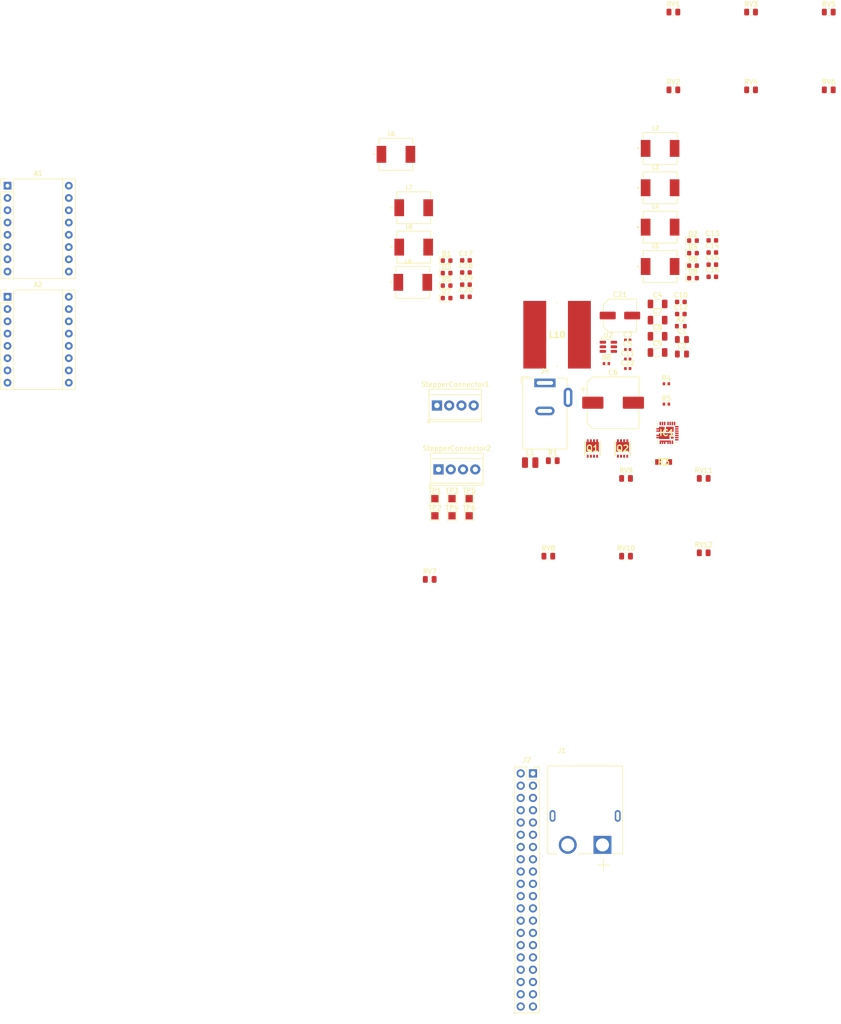
<source format=kicad_pcb>
(kicad_pcb (version 20240108) (generator "pcbnew") (generator_version "8.0")
  (layers (0 "F.Cu" signal) (1 "In1.Cu" signal) (2 "In2.Cu" signal) (31 "B.Cu" signal) (34 "B.Paste" user) (35 "F.Paste" user) (36 "B.SilkS" user "B.Silkscreen") (37 "F.SilkS" user "F.Silkscreen") (38 "B.Mask" user) (39 "F.Mask" user) (44 "Edge.Cuts" user))
  (net 0 "")
  (net 1 "GND")
  (net 2 "+3V3")
  (net 3 "Net-(A1-1A)")
  (net 4 "/+BATTV")
  (net 5 "Net-(A1-2A)")
  (net 6 "Net-(A1-1B)")
  (net 7 "/Step1")
  (net 8 "Net-(A1-2B)")
  (net 9 "/Dir1")
  (net 10 "/Step2")
  (net 11 "Net-(A2-1B)")
  (net 12 "/Dir2")
  (net 13 "Net-(A2-2A)")
  (net 14 "Net-(A2-1A)")
  (net 15 "Net-(A2-2B)")
  (net 16 "VCC")
  (net 17 "A_GND")
  (net 18 "/power/V_OUT")
  (net 19 "Net-(Q2-S_1)")
  (net 20 "/power/VDD")
  (net 21 "Net-(C11-Pad2)")
  (net 22 "/power/PHASE")
  (net 23 "/power/V_DRV")
  (net 24 "/StepperB/MB1")
  (net 25 "/StepperB/MA1")
  (net 26 "/StepperB/MA2")
  (net 27 "/StepperB/MB2")
  (net 28 "/StepperA/MB1")
  (net 29 "/StepperA/MA1")
  (net 30 "/StepperA/MA2")
  (net 31 "/StepperA/MB2")
  (net 32 "/power/+V_BUCK")
  (net 34 "/power/SW_6")
  (net 36 "/power/BOOT")
  (net 37 "Net-(IC1-FB)")
  (net 38 "Net-(IC1-_MODE_1)")
  (net 40 "Net-(IC1-MODE_2)")
  (net 59 "Net-(J2-ID_SC{slash}GPIO1)")
  (net 69 "Net-(Q1-G)")
  (net 80 "Net-(Q2-G)")
  (footprint "TestPoint:TestPoint_Pad_1.5x1.5mm" (layer "F.Cu") (at 187.575 99.335)
    (property "Reference" "TP2" (at 0 -1.648 0) (layer "F.SilkS"))
    (property "Value" "Step2")
    (pad "1" smd rect (at 0 0) (size 1.5 1.5) (layers "F.Cu" "F.Mask") (net 10 "/Step2"))
  )
  (footprint "Module:Pololu_Breakout-16_15.2x20.3mm" (layer "F.Cu") (at 99 54)
    (property "Reference" "A2" (at 6.35 -2.54 0) (layer "F.SilkS"))
    (property "Value" "TMC2209BOB")
    (pad "1" thru_hole rect (at 0 0) (size 1.6 1.6) (drill 0.8) (layers "*.Cu" "*.Mask") (net 1 "GND"))
    (pad "2" thru_hole oval (at 0 2.54) (size 1.6 1.6) (drill 0.8) (layers "*.Cu" "*.Mask") (net 2 "+3V3"))
    (pad "3" thru_hole oval (at 0 5.08) (size 1.6 1.6) (drill 0.8) (layers "*.Cu" "*.Mask") (net 15 "Net-(A2-2B)"))
    (pad "4" thru_hole oval (at 0 7.62) (size 1.6 1.6) (drill 0.8) (layers "*.Cu" "*.Mask") (net 11 "Net-(A2-1B)"))
    (pad "5" thru_hole oval (at 0 10.16) (size 1.6 1.6) (drill 0.8) (layers "*.Cu" "*.Mask") (net 14 "Net-(A2-1A)"))
    (pad "6" thru_hole oval (at 0 12.7) (size 1.6 1.6) (drill 0.8) (layers "*.Cu" "*.Mask") (net 13 "Net-(A2-2A)"))
    (pad "7" thru_hole oval (at 0 15.24) (size 1.6 1.6) (drill 0.8) (layers "*.Cu" "*.Mask") (net 1 "GND"))
    (pad "8" thru_hole oval (at 0 17.78) (size 1.6 1.6) (drill 0.8) (layers "*.Cu" "*.Mask") (net 4 "/+BATTV"))
    (pad "9" thru_hole oval (at 12.7 17.78) (size 1.6 1.6) (drill 0.8) (layers "*.Cu" "*.Mask") (net 1 "GND"))
    (pad "10" thru_hole oval (at 12.7 15.24) (size 1.6 1.6) (drill 0.8) (layers "*.Cu" "*.Mask") (net 1 "GND"))
    (pad "11" thru_hole oval (at 12.7 12.7) (size 1.6 1.6) (drill 0.8) (layers "*.Cu" "*.Mask") (net 1 "GND"))
    (pad "12" thru_hole oval (at 12.7 10.16) (size 1.6 1.6) (drill 0.8) (layers "*.Cu" "*.Mask") (net 1 "GND"))
    (pad "13" thru_hole oval (at 12.7 7.62) (size 1.6 1.6) (drill 0.8) (layers "*.Cu" "*.Mask") (net 1 "GND"))
    (pad "14" thru_hole oval (at 12.7 5.08) (size 1.6 1.6) (drill 0.8) (layers "*.Cu" "*.Mask") (net 1 "GND"))
    (pad "15" thru_hole oval (at 12.7 2.54) (size 1.6 1.6) (drill 0.8) (layers "*.Cu" "*.Mask") (net 10 "/Step2"))
    (pad "16" thru_hole oval (at 12.7 0) (size 1.6 1.6) (drill 0.8) (layers "*.Cu" "*.Mask") (net 12 "/Dir2"))
  )
  (footprint "iclr:IND_FDSD0630-H-1R0M=P3" (layer "F.Cu") (at 183 51)
    (property "Reference" "L9" (at -0.96 -4.208 0) (layer "F.SilkS") (effects (font (size 0.8 0.8))))
    (property "Value" "80nH")
    (pad "1" smd rect (at -3 0) (size 2 3.5) (layers "F.Cu" "F.Paste" "F.Mask") (net 8 "Net-(A1-2B)"))
    (pad "2" smd rect (at 3 0) (size 2 3.5) (layers "F.Cu" "F.Paste" "F.Mask") (net 31 "/StepperA/MB2"))
  )
  (footprint "Resistor_SMD:R_0805_2012Metric" (layer "F.Cu") (at 237 -4.95)
    (property "Reference" "RV1" (at 0 -1.65 0) (layer "F.SilkS"))
    (property "Value" "27V-c")
    (pad "1" smd roundrect (at -0.9125 0) (size 1.025 1.4) (layers "F.Cu" "F.Paste" "F.Mask") (roundrect_rratio 0.243902) (net 24 "/StepperB/MB1"))
    (pad "2" smd roundrect (at 0.9125 0) (size 1.025 1.4) (layers "F.Cu" "F.Paste" "F.Mask") (roundrect_rratio 0.243902) (net 25 "/StepperB/MA1"))
  )
  (footprint "Capacitor_SMD:C_0603_1608Metric" (layer "F.Cu") (at 194.01 53.99)
    (property "Reference" "C20" (at 0 -1.43 0) (layer "F.SilkS"))
    (property "Value" "470pF")
    (pad "1" smd roundrect (at -0.775 0) (size 0.9 0.95) (layers "F.Cu" "F.Paste" "F.Mask") (net 31 "/StepperA/MB2"))
    (pad "2" smd roundrect (at 0.775 0) (size 0.9 0.95) (layers "F.Cu" "F.Paste" "F.Mask") (net 1 "GND"))
  )
  (footprint "Capacitor_SMD:C_0402_1005Metric" (layer "F.Cu") (at 227.535 62.935)
    (property "Reference" "C3" (at 0 -1.16 0) (layer "F.SilkS"))
    (property "Value" "100nF")
    (pad "1" smd roundrect (at -0.48 0) (size 0.56 0.62) (layers "F.Cu" "F.Paste" "F.Mask") (net 17 "A_GND"))
    (pad "2" smd roundrect (at 0.48 0) (size 0.56 0.62) (layers "F.Cu" "F.Paste" "F.Mask") (net 16 "VCC"))
  )
  (footprint "Package_TO_SOT_SMD:TSOT-23-6" (layer "F.Cu") (at 223.525 64.35)
    (property "Reference" "U2" (at 0 -2.4 0) (layer "F.SilkS"))
    (property "Value" "LTC4412xS6")
    (pad "1" smd roundrect (at -1.1375 -0.95) (size 1.325 0.6) (layers "F.Cu" "F.Paste" "F.Mask") (net 4 "/+BATTV"))
    (pad "2" smd roundrect (at -1.1375 0) (size 1.325 0.6) (layers "F.Cu" "F.Paste" "F.Mask") (net 1 "GND"))
    (pad "3" smd roundrect (at -1.1375 0.95) (size 1.325 0.6) (layers "F.Cu" "F.Paste" "F.Mask") (net 1 "GND"))
    (pad "4" smd roundrect (at 1.1375 0.95) (size 1.325 0.6) (layers "F.Cu" "F.Paste" "F.Mask") (net 80 "Net-(Q2-G)"))
    (pad "5" smd roundrect (at 1.1375 0) (size 1.325 0.6) (layers "F.Cu" "F.Paste" "F.Mask") (net 69 "Net-(Q1-G)"))
    (pad "6" smd roundrect (at 1.1375 -0.95) (size 1.325 0.6) (layers "F.Cu" "F.Paste" "F.Mask") (net 16 "VCC"))
  )
  (footprint "Capacitor_SMD:C_0603_1608Metric" (layer "F.Cu") (at 245.075 44.835)
    (property "Reference" "C14" (at 0 -1.43 0) (layer "F.SilkS"))
    (property "Value" "470pF")
    (pad "1" smd roundrect (at -0.775 0) (size 0.9 0.95) (layers "F.Cu" "F.Paste" "F.Mask") (net 25 "/StepperB/MA1"))
    (pad "2" smd roundrect (at 0.775 0) (size 0.9 0.95) (layers "F.Cu" "F.Paste" "F.Mask") (net 1 "GND"))
  )
  (footprint "Resistor_SMD:R_0805_2012Metric" (layer "F.Cu") (at 211.086 107.694)
    (property "Reference" "RV8" (at 0 -1.65 0) (layer "F.SilkS"))
    (property "Value" "27V-c")
    (pad "1" smd roundrect (at -0.9125 0) (size 1.025 1.4) (layers "F.Cu" "F.Paste" "F.Mask") (roundrect_rratio 0.243902) (net 30 "/StepperA/MA2"))
    (pad "2" smd roundrect (at 0.9125 0) (size 1.025 1.4) (layers "F.Cu" "F.Paste" "F.Mask") (roundrect_rratio 0.243902) (net 31 "/StepperA/MB2"))
  )
  (footprint "iclr:ERJHP6D1000V" (layer "F.Cu") (at 234.98 88.195)
    (property "Reference" "R3" (at 0 0 0) (layer "F.SilkS") (effects (font (size 1.27 1.27) (thickness 0.254))))
    (property "Value" "73.2kΩ" (hide yes))
    (pad "1" smd rect (at -1.175 0) (size 1.15 1.15) (layers "F.Cu" "F.Paste" "F.Mask") (net 37 "Net-(IC1-FB)"))
    (pad "2" smd rect (at 1.175 0) (size 1.15 1.15) (layers "F.Cu" "F.Paste" "F.Mask") (net 18 "/power/V_OUT"))
  )
  (footprint "iclr:PXP01230QLJ" (layer "F.Cu") (at 220.225 85.4)
    (property "Reference" "Q1" (at 0 0 0) (layer "F.SilkS") (effects (font (size 1.27 1.27) (thickness 0.254))))
    (property "Value" "PXP012-30QLJ" (hide yes))
    (pad "1" smd rect (at -0.975 1.6) (size 0.4 0.6) (layers "F.Cu" "F.Paste" "F.Mask") (net 4 "/+BATTV"))
    (pad "2" smd rect (at -0.325 1.6) (size 0.4 0.6) (layers "F.Cu" "F.Paste" "F.Mask"))
    (pad "3" smd rect (at 0.325 1.6) (size 0.4 0.6) (layers "F.Cu" "F.Paste" "F.Mask"))
    (pad "4" smd rect (at 0.975 1.6) (size 0.4 0.6) (layers "F.Cu" "F.Paste" "F.Mask") (net 69 "Net-(Q1-G)"))
    (pad "5" smd rect (at 0.975 -1.625) (size 0.4 0.55) (layers "F.Cu" "F.Paste" "F.Mask"))
    (pad "6" smd rect (at 0.325 -1.625) (size 0.4 0.55) (layers "F.Cu" "F.Paste" "F.Mask"))
    (pad "7" smd rect (at -0.325 -1.625) (size 0.4 0.55) (layers "F.Cu" "F.Paste" "F.Mask"))
    (pad "8" smd rect (at -0.975 -1.625) (size 0.4 0.55) (layers "F.Cu" "F.Paste" "F.Mask") (net 16 "VCC"))
    (pad "9" smd rect (at 0 -0.335 90) (size 2.03 2.65) (layers "F.Cu" "F.Paste" "F.Mask"))
  )
  (footprint "iclr:IND_FDSD0630-H-1R0M=P3" (layer "F.Cu") (at 183.185 43.71)
    (property "Reference" "L8" (at -0.96 -4.208 0) (layer "F.SilkS") (effects (font (size 0.8 0.8))))
    (property "Value" "80nH")
    (pad "1" smd rect (at -3 0) (size 2 3.5) (layers "F.Cu" "F.Paste" "F.Mask") (net 5 "Net-(A1-2A)"))
    (pad "2" smd rect (at 3 0) (size 2 3.5) (layers "F.Cu" "F.Paste" "F.Mask") (net 30 "/StepperA/MA2"))
  )
  (footprint "TerminalBlock_TE-Connectivity:TerminalBlock_TE_282834-4_1x04_P2.54mm_Horizontal" (layer "F.Cu") (at 188 76.5)
    (property "Reference" "StepperConnector1" (at 3.81 -4.37 0) (layer "F.SilkS"))
    (property "Value" "Screw_Terminal_01x04")
    (pad "1" thru_hole rect (at 0 0) (size 2.1 2.1) (drill 1.1) (layers "*.Cu" "*.Mask") (net 30 "/StepperA/MA2"))
    (pad "2" thru_hole circle (at 2.54 0) (size 2.1 2.1) (drill 1.1) (layers "*.Cu" "*.Mask") (net 31 "/StepperA/MB2"))
    (pad "3" thru_hole circle (at 5.08 0) (size 2.1 2.1) (drill 1.1) (layers "*.Cu" "*.Mask") (net 29 "/StepperA/MA1"))
    (pad "4" thru_hole circle (at 7.62 0) (size 2.1 2.1) (drill 1.1) (layers "*.Cu" "*.Mask") (net 28 "/StepperA/MB1"))
  )
  (footprint "Capacitor_SMD:C_Elec_6.3x5.4" (layer "F.Cu") (at 225.925 57.875)
    (property "Reference" "C21" (at 0 -4.35 0) (layer "F.SilkS"))
    (property "Value" "100uF")
    (pad "1" smd roundrect (at -2.5375 0) (size 3.325 1.6) (layers "F.Cu" "F.Paste" "F.Mask") (roundrect_rratio 0.15625) (net 32 "/power/+V_BUCK"))
    (pad "2" smd roundrect (at 2.5375 0) (size 3.325 1.6) (layers "F.Cu" "F.Paste" "F.Mask") (roundrect_rratio 0.15625) (net 1 "GND"))
  )
  (footprint "iclr:AMASS_XT60PW-M" (layer "F.Cu") (at 218.711 161.469)
    (property "Reference" "J1" (at -4.8236 -13.51498 0) (layer "F.SilkS") (effects (font (size 1.000441 1.000441))))
    (property "Value" "XT60PW-M")
    (pad "1" thru_hole rect (at 3.6 6) (size 3.716 3.716) (drill 2.7) (layers "*.Cu" "*.Mask") (net 4 "/+BATTV"))
    (pad "2" thru_hole circle (at -3.6 6) (size 3.716 3.716) (drill 2.7) (layers "*.Cu" "*.Mask") (net 1 "GND"))
    (pad "S1" thru_hole oval (at 6.75 0) (size 1.2 2.4) (drill oval 0.6 1.7) (layers "*.Cu" "*.Mask"))
    (pad "S2" thru_hole oval (at -6.75 0) (size 1.2 2.4) (drill oval 0.6 1.7) (layers "*.Cu" "*.Mask"))
  )
  (footprint "Diode_SMD:D_0603_1608Metric" (layer "F.Cu") (at 241.065 44.955)
    (property "Reference" "D4" (at 0 -1.43 0) (layer "F.SilkS"))
    (property "Value" "27V")
    (pad "1" smd roundrect (at -0.7875 0) (size 0.875 0.95) (layers "F.Cu" "F.Paste" "F.Mask") (net 26 "/StepperB/MA2"))
    (pad "2" smd roundrect (at 0.7875 0) (size 0.875 0.95) (layers "F.Cu" "F.Paste" "F.Mask") (net 1 "GND"))
  )
  (footprint "Capacitor_SMD:C_1206_3216Metric" (layer "F.Cu") (at 233.725 65.525)
    (property "Reference" "C9" (at 0 -1.85 0) (layer "F.SilkS"))
    (property "Value" "47uF")
    (pad "1" smd roundrect (at -1.475 0) (size 1.15 1.8) (layers "F.Cu" "F.Paste" "F.Mask") (roundrect_rratio 0.217391) (net 18 "/power/V_OUT"))
    (pad "2" smd roundrect (at 1.475 0) (size 1.15 1.8) (layers "F.Cu" "F.Paste" "F.Mask") (roundrect_rratio 0.217391) (net 1 "GND"))
  )
  (footprint "Resistor_SMD:R_0805_2012Metric" (layer "F.Cu") (at 253.1 -4.95)
    (property "Reference" "RV3" (at 0 -1.65 0) (layer "F.SilkS"))
    (property "Value" "27V-c")
    (pad "1" smd roundrect (at -0.9125 0) (size 1.025 1.4) (layers "F.Cu" "F.Paste" "F.Mask") (roundrect_rratio 0.243902) (net 1 "GND"))
    (pad "2" smd roundrect (at 0.9125 0) (size 1.025 1.4) (layers "F.Cu" "F.Paste" "F.Mask") (roundrect_rratio 0.243902) (net 24 "/StepperB/MB1"))
  )
  (footprint "iclr:PXP01230QLJ" (layer "F.Cu") (at 226.475 85.4)
    (property "Reference" "Q2" (at 0 0 0) (layer "F.SilkS") (effects (font (size 1.27 1.27) (thickness 0.254))))
    (property "Value" "PXP012-30QLJ" (hide yes))
    (pad "1" smd rect (at -0.975 1.6) (size 0.4 0.6) (layers "F.Cu" "F.Paste" "F.Mask") (net 19 "Net-(Q2-S_1)"))
    (pad "2" smd rect (at -0.325 1.6) (size 0.4 0.6) (layers "F.Cu" "F.Paste" "F.Mask"))
    (pad "3" smd rect (at 0.325 1.6) (size 0.4 0.6) (layers "F.Cu" "F.Paste" "F.Mask"))
    (pad "4" smd rect (at 0.975 1.6) (size 0.4 0.6) (layers "F.Cu" "F.Paste" "F.Mask") (net 80 "Net-(Q2-G)"))
    (pad "5" smd rect (at 0.975 -1.625) (size 0.4 0.55) (layers "F.Cu" "F.Paste" "F.Mask"))
    (pad "6" smd rect (at 0.325 -1.625) (size 0.4 0.55) (layers "F.Cu" "F.Paste" "F.Mask"))
    (pad "7" smd rect (at -0.325 -1.625) (size 0.4 0.55) (layers "F.Cu" "F.Paste" "F.Mask"))
    (pad "8" smd rect (at -0.975 -1.625) (size 0.4 0.55) (layers "F.Cu" "F.Paste" "F.Mask") (net 16 "VCC"))
    (pad "9" smd rect (at 0 -0.335 90) (size 2.03 2.65) (layers "F.Cu" "F.Paste" "F.Mask"))
  )
  (footprint "Capacitor_SMD:C_0603_1608Metric" (layer "F.Cu") (at 238.555 57.565)
    (property "Reference" "C12" (at 0 -1.43 0) (layer "F.SilkS"))
    (property "Value" "2.2uF")
    (pad "1" smd roundrect (at -0.775 0) (size 0.9 0.95) (layers "F.Cu" "F.Paste" "F.Mask") (net 23 "/power/V_DRV"))
    (pad "2" smd roundrect (at 0.775 0) (size 0.9 0.95) (layers "F.Cu" "F.Paste" "F.Mask") (net 1 "GND"))
  )
  (footprint "TestPoint:TestPoint_Pad_1.5x1.5mm" (layer "F.Cu") (at 191.125 99.335)
    (property "Reference" "TP4" (at 0 -1.648 0) (layer "F.SilkS"))
    (property "Value" "Dir2")
    (pad "1" smd rect (at 0 0) (size 1.5 1.5) (layers "F.Cu" "F.Mask") (net 12 "/Dir2"))
  )
  (footprint "iclr:IND_FDSD0630-H-1R0M=P3" (layer "F.Cu") (at 234.25 39.575)
    (property "Reference" "L4" (at -0.96 -4.208 0) (layer "F.SilkS") (effects (font (size 0.8 0.8))))
    (property "Value" "80nH")
    (pad "1" smd rect (at -3 0) (size 2 3.5) (layers "F.Cu" "F.Paste" "F.Mask") (net 13 "Net-(A2-2A)"))
    (pad "2" smd rect (at 3 0) (size 2 3.5) (layers "F.Cu" "F.Paste" "F.Mask") (net 26 "/StepperB/MA2"))
  )
  (footprint "TestPoint:TestPoint_Pad_1.5x1.5mm" (layer "F.Cu") (at 194.675 99.335)
    (property "Reference" "TP6" (at 0 -1.648 0) (layer "F.SilkS"))
    (property "Value" "SCL_EEPROM")
    (pad "1" smd rect (at 0 0) (size 1.5 1.5) (layers "F.Cu" "F.Mask") (net 59 "Net-(J2-ID_SC{slash}GPIO1)"))
  )
  (footprint "Capacitor_SMD:C_1206_3216Metric" (layer "F.Cu") (at 233.725 58.825)
    (property "Reference" "C7" (at 0 -1.85 0) (layer "F.SilkS"))
    (property "Value" "47uF")
    (pad "1" smd roundrect (at -1.475 0) (size 1.15 1.8) (layers "F.Cu" "F.Paste" "F.Mask") (roundrect_rratio 0.217391) (net 18 "/power/V_OUT"))
    (pad "2" smd roundrect (at 1.475 0) (size 1.15 1.8) (layers "F.Cu" "F.Paste" "F.Mask") (roundrect_rratio 0.217391) (net 1 "GND"))
  )
  (footprint "Capacitor_SMD:C_1206_3216Metric" (layer "F.Cu") (at 233.725 62.175)
    (property "Reference" "C8" (at 0 -1.85 0) (layer "F.SilkS"))
    (property "Value" "47uF")
    (pad "1" smd roundrect (at -1.475 0) (size 1.15 1.8) (layers "F.Cu" "F.Paste" "F.Mask") (roundrect_rratio 0.217391) (net 18 "/power/V_OUT"))
    (pad "2" smd roundrect (at 1.475 0) (size 1.15 1.8) (layers "F.Cu" "F.Paste" "F.Mask") (roundrect_rratio 0.217391) (net 1 "GND"))
  )
  (footprint "Connector_BarrelJack:BarrelJack_Wuerth_6941xx301002" (layer "F.Cu") (at 210.375 71.825)
    (property "Reference" "J4" (at 0 -2.5 0) (layer "F.SilkS"))
    (property "Value" "Barrel_Jack_Switch")
    (pad "1" thru_hole rect (at 0 0) (size 4.4 1.8) (drill oval 3.4 0.8) (layers "*.Cu" "*.Mask") (net 19 "Net-(Q2-S_1)"))
    (pad "2" thru_hole oval (at 0 5.8) (size 4 1.8) (drill oval 3 0.8) (layers "*.Cu" "*.Mask") (net 1 "GND"))
    (pad "3" thru_hole oval (at 4.8 3 90) (size 4 1.8) (drill oval 3 0.8) (layers "*.Cu" "*.Mask"))
  )
  (footprint "Resistor_SMD:R_0805_2012Metric" (layer "F.Cu") (at 269.2 -4.95)
    (property "Reference" "RV5" (at 0 -1.65 0) (layer "F.SilkS"))
    (property "Value" "27V-c")
    (pad "1" smd roundrect (at -0.9125 0) (size 1.025 1.4) (layers "F.Cu" "F.Paste" "F.Mask") (roundrect_rratio 0.243902) (net 1 "GND"))
    (pad "2" smd roundrect (at 0.9125 0) (size 1.025 1.4) (layers "F.Cu" "F.Paste" "F.Mask") (roundrect_rratio 0.243902) (net 26 "/StepperB/MA2"))
  )
  (footprint "Capacitor_SMD:C_0402_1005Metric" (layer "F.Cu") (at 227.535 66.875)
    (property "Reference" "C11" (at 0 -1.16 0) (layer "F.SilkS"))
    (property "Value" "0.1uF")
    (pad "1" smd roundrect (at -0.48 0) (size 0.56 0.62) (layers "F.Cu" "F.Paste" "F.Mask") (net 22 "/power/PHASE"))
    (pad "2" smd roundrect (at 0.48 0) (size 0.56 0.62) (layers "F.Cu" "F.Paste" "F.Mask") (net 21 "Net-(C11-Pad2)"))
  )
  (footprint "iclr:IND_FDSD0630-H-1R0M=P3" (layer "F.Cu") (at 179.5 24.5)
    (property "Reference" "L6" (at -0.96 -4.208 0) (layer "F.SilkS") (effects (font (size 0.8 0.8))))
    (property "Value" "80nH")
    (pad "1" smd rect (at -3 0) (size 2 3.5) (layers "F.Cu" "F.Paste" "F.Mask") (net 6 "Net-(A1-1B)"))
    (pad "2" smd rect (at 3 0) (size 2 3.5) (layers "F.Cu" "F.Paste" "F.Mask") (net 28 "/StepperA/MB1"))
  )
  (footprint "Capacitor_SMD:C_0805_2012Metric" (layer "F.Cu") (at 238.775 62.835)
    (property "Reference" "C1" (at 0 -1.68 0) (layer "F.SilkS"))
    (property "Value" "22uF")
    (pad "1" smd roundrect (at -0.95 0) (size 1 1.45) (layers "F.Cu" "F.Paste" "F.Mask") (net 16 "VCC"))
    (pad "2" smd roundrect (at 0.95 0) (size 1 1.45) (layers "F.Cu" "F.Paste" "F.Mask") (net 1 "GND"))
  )
  (footprint "Capacitor_SMD:C_0402_1005Metric" (layer "F.Cu") (at 227.535 64.905)
    (property "Reference" "C5" (at 0 -1.16 0) (layer "F.SilkS"))
    (property "Value" "0.1uF")
    (pad "1" smd roundrect (at -0.48 0) (size 0.56 0.62) (layers "F.Cu" "F.Paste" "F.Mask") (net 19 "Net-(Q2-S_1)"))
    (pad "2" smd roundrect (at 0.48 0) (size 0.56 0.62) (layers "F.Cu" "F.Paste" "F.Mask") (net 1 "GND"))
  )
  (footprint "Diode_SMD:D_0603_1608Metric" (layer "F.Cu") (at 241.065 42.365)
    (property "Reference" "D2" (at 0 -1.43 0) (layer "F.SilkS"))
    (property "Value" "27V")
    (pad "1" smd roundrect (at -0.7875 0) (size 0.875 0.95) (layers "F.Cu" "F.Paste" "F.Mask") (net 27 "/StepperB/MB2"))
    (pad "2" smd roundrect (at 0.7875 0) (size 0.875 0.95) (layers "F.Cu" "F.Paste" "F.Mask") (net 1 "GND"))
  )
  (footprint "Connector_PinSocket_2.54mm:PinSocket_2x20_P2.54mm_Vertical" (layer "F.Cu") (at 207.901 152.669)
    (property "Reference" "J2" (at -1.27 -2.77 0) (layer "F.SilkS"))
    (property "Value" "Raspberry_Pi_2_3")
    (pad "1" thru_hole rect (at 0 0) (size 1.7 1.7) (drill 1) (layers "*.Cu" "*.Mask") (net 2 "+3V3"))
    (pad "2" thru_hole oval (at -2.54 0) (size 1.7 1.7) (drill 1) (layers "*.Cu" "*.Mask") (net 32 "/power/+V_BUCK"))
    (pad "3" thru_hole oval (at 0 2.54) (size 1.7 1.7) (drill 1) (layers "*.Cu" "*.Mask"))
    (pad "4" thru_hole oval (at -2.54 2.54) (size 1.7 1.7) (drill 1) (layers "*.Cu" "*.Mask") (net 32 "/power/+V_BUCK"))
    (pad "5" thru_hole oval (at 0 5.08) (size 1.7 1.7) (drill 1) (layers "*.Cu" "*.Mask"))
    (pad "6" thru_hole oval (at -2.54 5.08) (size 1.7 1.7) (drill 1) (layers "*.Cu" "*.Mask") (net 1 "GND"))
    (pad "7" thru_hole oval (at 0 7.62) (size 1.7 1.7) (drill 1) (layers "*.Cu" "*.Mask"))
    (pad "8" thru_hole oval (at -2.54 7.62) (size 1.7 1.7) (drill 1) (layers "*.Cu" "*.Mask"))
    (pad "9" thru_hole oval (at 0 10.16) (size 1.7 1.7) (drill 1) (layers "*.Cu" "*.Mask") (net 1 "GND"))
    (pad "10" thru_hole oval (at -2.54 10.16) (size 1.7 1.7) (drill 1) (layers "*.Cu" "*.Mask"))
    (pad "11" thru_hole oval (at 0 12.7) (size 1.7 1.7) (drill 1) (layers "*.Cu" "*.Mask"))
    (pad "12" thru_hole oval (at -2.54 12.7) (size 1.7 1.7) (drill 1) (layers "*.Cu" "*.Mask"))
    (pad "13" thru_hole oval (at 0 15.24) (size 1.7 1.7) (drill 1) (layers "*.Cu" "*.Mask"))
    (pad "14" thru_hole oval (at -2.54 15.24) (size 1.7 1.7) (drill 1) (layers "*.Cu" "*.Mask") (net 1 "GND"))
    (pad "15" thru_hole oval (at 0 17.78) (size 1.7 1.7) (drill 1) (layers "*.Cu" "*.Mask") (net 7 "/Step1"))
    (pad "16" thru_hole oval (at -2.54 17.78) (size 1.7 1.7) (drill 1) (layers "*.Cu" "*.Mask") (net 10 "/Step2"))
    (pad "17" thru_hole oval (at 0 20.32) (size 1.7 1.7) (drill 1) (layers "*.Cu" "*.Mask") (net 2 "+3V3"))
    (pad "18" thru_hole oval (at -2.54 20.32) (size 1.7 1.7) (drill 1) (layers "*.Cu" "*.Mask") (net 9 "/Dir1"))
    (pad "19" thru_hole oval (at 0 22.86) (size 1.7 1.7) (drill 1) (layers "*.Cu" "*.Mask"))
    (pad "20" thru_hole oval (at -2.54 22.86) (size 1.7 1.7) (drill 1) (layers "*.Cu" "*.Mask") (net 1 "GND"))
    (pad "21" thru_hole oval (at 0 25.4) (size 1.7 1.7) (drill 1) (layers "*.Cu" "*.Mask"))
    (pad "22" thru_hole oval (at -2.54 25.4) (size 1.7 1.7) (drill 1) (layers "*.Cu" "*.Mask") (net 12 "/Dir2"))
    (pad "23" thru_hole oval (at 0 27.94) (size 1.7 1.7) (drill 1) (layers "*.Cu" "*.Mask"))
    (pad "24" thru_hole oval (at -2.54 27.94) (size 1.7 1.7) (drill 1) (layers "*.Cu" "*.Mask"))
    (pad "25" thru_hole oval (at 0 30.48) (size 1.7 1.7) (drill 1) (layers "*.Cu" "*.Mask") (net 1 "GND"))
    (pad "26" thru_hole oval (at -2.54 30.48) (size 1.7 1.7) (drill 1) (layers "*.Cu" "*.Mask"))
    (pad "27" thru_hole oval (at 0 33.02) (size 1.7 1.7) (drill 1) (layers "*.Cu" "*.Mask") (net 59 "Net-(J2-ID_SC{slash}GPIO1)"))
    (pad "28" thru_hole oval (at -2.54 33.02) (size 1.7 1.7) (drill 1) (layers "*.Cu" "*.Mask") (net 59 "Net-(J2-ID_SC{slash}GPIO1)"))
    (pad "29" thru_hole oval (at 0 35.56) (size 1.7 1.7) (drill 1) (layers "*.Cu" "*.Mask"))
    (pad "30" thru_hole oval (at -2.54 35.56) (size 1.7 1.7) (drill 1) (layers "*.Cu" "*.Mask") (net 1 "GND"))
    (pad "31" thru_hole oval (at 0 38.1) (size 1.7 1.7) (drill 1) (layers "*.Cu" "*.Mask"))
    (pad "32" thru_hole oval (at -2.54 38.1) (size 1.7 1.7) (drill 1) (layers "*.Cu" "*.Mask"))
    (pad "33" thru_hole oval (at 0 40.64) (size 1.7 1.7) (drill 1) (layers "*.Cu" "*.Mask"))
    (pad "34" thru_hole oval (at -2.54 40.64) (size 1.7 1.7) (drill 1) (layers "*.Cu" "*.Mask") (net 1 "GND"))
    (pad "35" thru_hole oval (at 0 43.18) (size 1.7 1.7) (drill 1) (layers "*.Cu" "*.Mask"))
    (pad "36" thru_hole oval (at -2.54 43.18) (size 1.7 1.7) (drill 1) (layers "*.Cu" "*.Mask"))
    (pad "37" thru_hole oval (at 0 45.72) (size 1.7 1.7) (drill 1) (layers "*.Cu" "*.Mask"))
    (pad "38" thru_hole oval (at -2.54 45.72) (size 1.7 1.7) (drill 1) (layers "*.Cu" "*.Mask"))
    (pad "39" thru_hole oval (at 0 48.26) (size 1.7 1.7) (drill 1) (layers "*.Cu" "*.Mask") (net 1 "GND"))
    (pad "40" thru_hole oval (at -2.54 48.26) (size 1.7 1.7) (drill 1) (layers "*.Cu" "*.Mask"))
  )
  (footprint "Capacitor_SMD:CP_Elec_10x12.5" (layer "F.Cu") (at 224.51 75.925)
    (property "Reference" "C6" (at 0 -6.3 0) (layer "F.SilkS"))
    (property "Value" "150uF")
    (pad "1" smd roundrect (at -4.2 0) (size 4.4 2.5) (layers "F.Cu" "F.Paste" "F.Mask") (roundrect_rratio 0.1) (net 16 "VCC"))
    (pad "2" smd roundrect (at 4.2 0) (size 4.4 2.5) (layers "F.Cu" "F.Paste" "F.Mask") (roundrect_rratio 0.1) (net 1 "GND"))
  )
  (footprint "Resistor_SMD:R_0805_2012Metric" (layer "F.Cu") (at 227.186 107.694)
    (property "Reference" "RV10" (at 0 -1.65 0) (layer "F.SilkS"))
    (property "Value" "27V-c")
    (pad "1" smd roundrect (at -0.9125 0) (size 1.025 1.4) (layers "F.Cu" "F.Paste" "F.Mask") (roundrect_rratio 0.243902) (net 29 "/StepperA/MA1"))
    (pad "2" smd roundrect (at 0.9125 0) (size 1.025 1.4) (layers "F.Cu" "F.Paste" "F.Mask") (roundrect_rratio 0.243902) (net 1 "GND"))
  )
  (footprint "Diode_SMD:D_0603_1608Metric" (layer "F.Cu") (at 241.065 50.135)
    (property "Reference" "D8" (at 0 -1.43 0) (layer "F.SilkS"))
    (property "Value" "27V")
    (pad "1" smd roundrect (at -0.7875 0) (size 0.875 0.95) (layers "F.Cu" "F.Paste" "F.Mask") (net 24 "/StepperB/MB1"))
    (pad "2" smd roundrect (at 0.7875 0) (size 0.875 0.95) (layers "F.Cu" "F.Paste" "F.Mask") (net 1 "GND"))
  )
  (footprint "iclr:SiC437BEDT1GE3" (layer "F.Cu") (at 235.73 82.238)
    (property "Reference" "IC1" (at -0.078 -0.068 0) (layer "F.SilkS") (effects (font (size 1.27 1.27) (thickness 0.254))))
    (property "Value" "SiC437BED-T1-GE3" (hide yes))
    (pad "1" smd rect (at -1.981 -0.894 90) (size 0.3 0.55) (layers "F.Cu" "F.Paste" "F.Mask") (net 16 "VCC"))
    (pad "2" smd rect (at -1.981 -0.444 90) (size 0.3 0.55) (layers "F.Cu" "F.Paste" "F.Mask") (net 16 "VCC"))
    (pad "3" smd rect (at -1.981 0.456 90) (size 0.3 0.55) (layers "F.Cu" "F.Paste" "F.Mask") (net 1 "GND"))
    (pad "4" smd rect (at -1.981 0.906 90) (size 0.3 0.55) (layers "F.Cu" "F.Paste" "F.Mask") (net 1 "GND"))
    (pad "5" smd rect (at -1.431 2.006) (size 0.3 0.45) (layers "F.Cu" "F.Paste" "F.Mask") (net 34 "/power/SW_6"))
    (pad "6" smd rect (at -0.981 2.006) (size 0.3 0.45) (layers "F.Cu" "F.Paste" "F.Mask") (net 34 "/power/SW_6"))
    (pad "7" smd rect (at -0.531 2.006) (size 0.3 0.45) (layers "F.Cu" "F.Paste" "F.Mask") (net 34 "/power/SW_6"))
    (pad "8" smd rect (at 0.169 2.006) (size 0.3 0.45) (layers "F.Cu" "F.Paste" "F.Mask") (net 34 "/power/SW_6"))
    (pad "9" smd rect (at 0.619 2.006) (size 0.3 0.45) (layers "F.Cu" "F.Paste" "F.Mask") (net 34 "/power/SW_6"))
    (pad "10" smd rect (at 1.069 1.869) (size 0.3 0.725) (layers "F.Cu" "F.Paste" "F.Mask"))
    (pad "11" smd rect (at 1.981 1.356 90) (size 0.3 0.725) (layers "F.Cu" "F.Paste" "F.Mask"))
    (pad "12" smd rect (at 1.981 0.906 90) (size 0.3 0.725) (layers "F.Cu" "F.Paste" "F.Mask") (net 23 "/power/V_DRV"))
    (pad "13" smd rect (at 1.981 0.456 90) (size 0.3 0.725) (layers "F.Cu" "F.Paste" "F.Mask") (net 1 "GND"))
    (pad "14" smd rect (at 1.981 0.006 90) (size 0.3 0.725) (layers "F.Cu" "F.Paste" "F.Mask") (net 20 "/power/VDD"))
    (pad "15" smd rect (at 1.981 -0.444 90) (size 0.3 0.725) (layers "F.Cu" "F.Paste" "F.Mask") (net 20 "/power/VDD"))
    (pad "16" smd rect (at 1.981 -0.894 90) (size 0.3 0.725) (layers "F.Cu" "F.Paste" "F.Mask") (net 17 "A_GND"))
    (pad "17" smd rect (at 1.981 -1.344 90) (size 0.3 0.725) (layers "F.Cu" "F.Paste" "F.Mask") (net 37 "Net-(IC1-FB)"))
    (pad "18" smd rect (at 1.519 -2.006) (size 0.3 0.725) (layers "F.Cu" "F.Paste" "F.Mask") (net 18 "/power/V_OUT"))
    (pad "19" smd rect (at 1.069 -2.006) (size 0.3 0.725) (layers "F.Cu" "F.Paste" "F.Mask") (net 20 "/power/VDD"))
    (pad "20" smd rect (at 0.619 -2.006) (size 0.3 0.725) (layers "F.Cu" "F.Paste" "F.Mask") (net 40 "Net-(IC1-MODE_2)"))
    (pad "21" smd rect (at 0.169 -2.006) (size 0.3 0.725) (layers "F.Cu" "F.Paste" "F.Mask") (net 38 "Net-(IC1-_MODE_1)"))
    (pad "22" smd rect (at -0.531 -2.006) (size 0.3 0.725) (layers "F.Cu" "F.Paste" "F.Mask"))
    (pad "23" smd rect (at -0.981 -2.006) (size 0.3 0.725) (layers "F.Cu" "F.Paste" "F.Mask") (net 36 "/power/BOOT"))
    (pad "24" smd rect (at -1.431 -2.006) (size 0.3 0.725) (layers "F.Cu" "F.Paste" "F.Mask") (net 22 "/power/PHASE"))
    (pad "25" smd rect (at 0.531 -0.819 90) (size 1.05 1.575) (layers "F.Cu" "F.Paste" "F.Mask") (net 17 "A_GND"))
    (pad "26" smd rect (at -1.131 -0.819 90) (size 1.05 1.15) (layers "F.Cu" "F.Paste" "F.Mask"))
    (pad "27" smd rect (at -0.619 0.606 90) (size 1.2 2.175) (layers "F.Cu" "F.Paste" "F.Mask") (net 1 "GND"))
    (pad "28" smd rect (at 1.029 0.921 90) (size 0.38 0.58) (layers "F.Cu" "F.Paste" "F.Mask"))
    (pad "29" smd rect (at 0.794 0.234 90) (size 0.455 0.65) (layers "F.Cu" "F.Paste" "F.Mask") (net 1 "GND"))
    (pad "30" smd rect (at -0.406 1.644 90) (size 0.275 2.35) (layers "F.Cu" "F.Paste" "F.Mask") (net 34 "/power/SW_6"))
  )
  (footprint "Capacitor_SMD:C_0603_1608Metric" (layer "F.Cu") (at 238.555 55.055)
    (property "Reference" "C10" (at 0 -1.43 0) (layer "F.SilkS"))
    (property "Value" "1uF")
    (pad "1" smd roundrect (at -0.775 0) (size 0.9 0.95) (layers "F.Cu" "F.Paste" "F.Mask") (net 20 "/power/VDD"))
    (pad "2" smd roundrect (at 0.775 0) (size 0.9 0.95) (layers "F.Cu" "F.Paste" "F.Mask") (net 17 "A_GND"))
  )
  (footprint "Resistor_SMD:R_0603_1608Metric" (layer "F.Cu") (at 238.555 60.075)
    (property "Reference" "R2" (at 0 -1.43 0) (layer "F.SilkS"))
    (property "Value" "470k")
    (pad "1" smd roundrect (at -0.825 0) (size 0.8 0.95) (layers "F.Cu" "F.Paste" "F.Mask") (net 80 "Net-(Q2-G)"))
    (pad "2" smd roundrect (at 0.825 0) (size 0.8 0.95) (layers "F.Cu" "F.Paste" "F.Mask") (net 16 "VCC"))
  )
  (footprint "iclr:IND_FDSD0630-H-1R0M=P3" (layer "F.Cu") (at 234.25 47.725)
    (property "Reference" "L5" (at -0.96 -4.208 0) (layer "F.SilkS") (effects (font (size 0.8 0.8))))
    (property "Value" "80nH")
    (pad "1" smd rect (at -3 0) (size 2 3.5) (layers "F.Cu" "F.Paste" "F.Mask") (net 15 "Net-(A2-2B)"))
    (pad "2" smd rect (at 3 0) (size 2 3.5) (layers "F.Cu" "F.Paste" "F.Mask") (net 27 "/StepperB/MB2"))
  )
  (footprint "Diode_SMD:D_0603_1608Metric" (layer "F.Cu") (at 190 49.09)
    (property "Reference" "D3" (at 0 -1.43 0) (layer "F.SilkS"))
    (property "Value" "27V")
    (pad "1" smd roundrect (at -0.7875 0) (size 0.875 0.95) (layers "F.Cu" "F.Paste" "F.Mask") (net 30 "/StepperA/MA2"))
    (pad "2" smd roundrect (at 0.7875 0) (size 0.875 0.95) (layers "F.Cu" "F.Paste" "F.Mask") (net 1 "GND"))
  )
  (footprint "Resistor_SMD:R_0402_1005Metric" (layer "F.Cu") (at 235.555 72.005)
    (property "Reference" "R4" (at 0 -1.17 0) (layer "F.SilkS"))
    (property "Value" "100kΩ")
    (pad "1" smd roundrect (at -0.51 0) (size 0.54 0.64) (layers "F.Cu" "F.Paste" "F.Mask") (net 40 "Net-(IC1-MODE_2)"))
    (pad "2" smd roundrect (at 0.51 0) (size 0.54 0.64) (layers "F.Cu" "F.Paste" "F.Mask") (net 20 "/power/VDD"))
  )
  (footprint "Resistor_SMD:R_0805_2012Metric" (layer "F.Cu") (at 243.286 91.594)
    (property "Reference" "RV11" (at 0 -1.65 0) (layer "F.SilkS"))
    (property "Value" "27V-c")
    (pad "1" smd roundrect (at -0.9125 0) (size 1.025 1.4) (layers "F.Cu" "F.Paste" "F.Mask") (roundrect_rratio 0.243902) (net 1 "GND"))
    (pad "2" smd roundrect (at 0.9125 0) (size 1.025 1.4) (layers "F.Cu" "F.Paste" "F.Mask") (roundrect_rratio 0.243902) (net 30 "/StepperA/MA2"))
  )
  (footprint "Capacitor_SMD:C_0603_1608Metric" (layer "F.Cu") (at 245.075 42.325)
    (property "Reference" "C13" (at 0 -1.43 0) (layer "F.SilkS"))
    (property "Value" "470pF")
    (pad "1" smd roundrect (at -0.775 0) (size 0.9 0.95) (layers "F.Cu" "F.Paste" "F.Mask") (net 1 "GND"))
    (pad "2" smd roundrect (at 0.775 0) (size 0.9 0.95) (layers "F.Cu" "F.Paste" "F.Mask") (net 24 "/StepperB/MB1"))
  )
  (footprint "Diode_SMD:D_0603_1608Metric" (layer "F.Cu") (at 190 46.5)
    (property "Reference" "D1" (at 0 -1.43 0) (layer "F.SilkS"))
    (property "Value" "27V")
    (pad "1" smd roundrect (at -0.7875 0) (size 0.875 0.95) (layers "F.Cu" "F.Paste" "F.Mask") (net 31 "/StepperA/MB2"))
    (pad "2" smd roundrect (at 0.7875 0) (size 0.875 0.95) (layers "F.Cu" "F.Paste" "F.Mask") (net 1 "GND"))
  )
  (footprint "Resistor_SMD:R_0805_2012Metric" (layer "F.Cu") (at 253.1 11.15)
    (property "Reference" "RV4" (at 0 -1.65 0) (layer "F.SilkS"))
    (property "Value" "27V-c")
    (pad "1" smd roundrect (at -0.9125 0) (size 1.025 1.4) (layers "F.Cu" "F.Paste" "F.Mask") (roundrect_rratio 0.243902) (net 25 "/StepperB/MA1"))
    (pad "2" smd roundrect (at 0.9125 0) (size 1.025 1.4) (layers "F.Cu" "F.Paste" "F.Mask") (roundrect_rratio 0.243902) (net 1 "GND"))
  )
  (footprint "Module:Pololu_Breakout-16_15.2x20.3mm" (layer "F.Cu") (at 99 31)
    (property "Reference" "A1" (at 6.35 -2.54 0) (layer "F.SilkS"))
    (property "Value" "TMC2209BOB")
    (pad "1" thru_hole rect (at 0 0) (size 1.6 1.6) (drill 0.8) (layers "*.Cu" "*.Mask") (net 1 "GND"))
    (pad "2" thru_hole oval (at 0 2.54) (size 1.6 1.6) (drill 0.8) (layers "*.Cu" "*.Mask") (net 2 "+3V3"))
    (pad "3" thru_hole oval (at 0 5.08) (size 1.6 1.6) (drill 0.8) (layers "*.Cu" "*.Mask") (net 8 "Net-(A1-2B)"))
    (pad "4" thru_hole oval (at 0 7.62) (size 1.6 1.6) (drill 0.8) (layers "*.Cu" "*.Mask") (net 6 "Net-(A1-1B)"))
    (pad "5" thru_hole oval (at 0 10.16) (size 1.6 1.6) (drill 0.8) (layers "*.Cu" "*.Mask") (net 3 "Net-(A1-1A)"))
    (pad "6" thru_hole oval (at 0 12.7) (size 1.6 1.6) (drill 0.8) (layers "*.Cu" "*.Mask") (net 5 "Net-(A1-2A)"))
    (pad "7" thru_hole oval (at 0 15.24) (size 1.6 1.6) (drill 0.8) (layers "*.Cu" "*.Mask") (net 1 "GND"))
    (pad "8" thru_hole oval (at 0 17.78) (size 1.6 1.6) (drill 0.8) (layers "*.Cu" "*.Mask") (net 4 "/+BATTV"))
    (pad "9" thru_hole oval (at 12.7 17.78) (size 1.6 1.6) (drill 0.8) (layers "*.Cu" "*.Mask") (net 1 "GND"))
    (pad "10" thru_hole oval (at 12.7 15.24) (size 1.6 1.6) (drill 0.8) (layers "*.Cu" "*.Mask") (net 1 "GND"))
    (pad "11" thru_hole oval (at 12.7 12.7) (size 1.6 1.6) (drill 0.8) (layers "*.Cu" "*.Mask") (net 1 "GND"))
    (pad "12" thru_hole oval (at 12.7 10.16) (size 1.6 1.6) (drill 0.8) (layers "*.Cu" "*.Mask") (net 1 "GND"))
    (pad "13" thru_hole oval (at 12.7 7.62) (size 1.6 1.6) (drill 0.8) (layers "*.Cu" "*.Mask") (net 1 "GND"))
    (pad "14" thru_hole oval (at 12.7 5.08) (size 1.6 1.6) (drill 0.8) (layers "*.Cu" "*.Mask") (net 1 "GND"))
    (pad "15" thru_hole oval (at 12.7 2.54) (size 1.6 1.6) (drill 0.8) (layers "*.Cu" "*.Mask") (net 7 "/Step1"))
    (pad "16" thru_hole oval (at 12.7 0) (size 1.6 1.6) (drill 0.8) (layers "*.Cu" "*.Mask") (net 9 "/Dir1"))
  )
  (footprint "iclr:SDR1307A101K" (layer "F.Cu") (at 212.9 61.85)
    (property "Reference" "L10" (at 0 0 0) (layer "F.SilkS") (effects (font (size 1.27 1.27) (thickness 0.254))))
    (property "Value" "100uH" (hide yes))
    (pad "1" smd rect (at -4.625 0) (size 4.75 14) (layers "F.Cu" "F.Paste" "F.Mask") (net 18 "/power/V_OUT"))
    (pad "2" smd rect (at 4.625 0) (size 4.75 14) (layers "F.Cu" "F.Paste" "F.Mask") (net 32 "/power/+V_BUCK"))
  )
  (footprint "TestPoint:TestPoint_Pad_1.5x1.5mm" (layer "F.Cu") (at 187.575 95.785)
    (property "Reference" "TP1" (at 0 -1.648 0) (layer "F.SilkS"))
    (property "Value" "Step1")
    (pad "1" smd rect (at 0 0) (size 1.5 1.5) (layers "F.Cu" "F.Mask") (net 7 "/Step1"))
  )
  (footprint "Resistor_SMD:R_0402_1005Metric" (layer "F.Cu") (at 235.555 76.215)
    (property "Reference" "R5" (at 0 -1.17 0) (layer "F.SilkS"))
    (property "Value" "100kΩ")
    (pad "1" smd roundrect (at -0.51 0) (size 0.54 0.64) (layers "F.Cu" "F.Paste" "F.Mask") (net 38 "Net-(IC1-_MODE_1)"))
    (pad "2" smd roundrect (at 0.51 0) (size 0.54 0.64) (layers "F.Cu" "F.Paste" "F.Mask") (net 17 "A_GND"))
  )
  (footprint "TestPoint:TestPoint_Pad_1.5x1.5mm" (layer "F.Cu") (at 194.675 95.785)
    (property "Reference" "TP5" (at 0 -1.648 0) (layer "F.SilkS"))
    (property "Value" "SDA_EEPROM")
    (pad "1" smd rect (at 0 0) (size 1.5 1.5) (layers "F.Cu" "F.Mask") (net 59 "Net-(J2-ID_SC{slash}GPIO1)"))
  )
  (footprint "iclr:IND_FDSD0630-H-1R0M=P3" (layer "F.Cu") (at 183.185 35.56)
    (property "Reference" "L7" (at -0.96 -4.208 0) (layer "F.SilkS") (effects (font (size 0.8 0.8))))
    (property "Value" "80nH")
    (pad "1" smd rect (at -3 0) (size 2 3.5) (layers "F.Cu" "F.Paste" "F.Mask") (net 3 "Net-(A1-1A)"))
    (pad "2" smd rect (at 3 0) (size 2 3.5) (layers "F.Cu" "F.Paste" "F.Mask") (net 29 "/StepperA/MA1"))
  )
  (footprint "TerminalBlock_TE-Connectivity:TerminalBlock_TE_282834-4_1x04_P2.54mm_Horizontal" (layer "F.Cu") (at 188.325 89.735)
    (property "Reference" "StepperConnector2" (at 3.81 -4.37 0) (layer "F.SilkS"))
    (property "Value" "Screw_Terminal_01x04")
    (pad "1" thru_hole rect (at 0 0) (size 2.1 2.1) (drill 1.1) (layers "*.Cu" "*.Mask") (net 26 "/StepperB/MA2"))
    (pad "2" thru_hole circle (at 2.54 0) (size 2.1 2.1) (drill 1.1) (layers "*.Cu" "*.Mask") (net 27 "/StepperB/MB2"))
    (pad "3" thru_hole circle (at 5.08 0) (size 2.1 2.1) (drill 1.1) (layers "*.Cu" "*.Mask") (net 25 "/StepperB/MA1"))
    (pad "4" thru_hole circle (at 7.62 0) (size 2.1 2.1) (drill 1.1) (layers "*.Cu" "*.Mask") (net 24 "/StepperB/MB1"))
  )
  (footprint "Diode_SMD:D_0603_1608Metric" (layer "F.Cu") (at 190 54.27)
    (property "Reference" "D7" (at 0 -1.43 0) (layer "F.SilkS"))
    (property "Value" "27V")
    (pad "1" smd roundrect (at -0.7875 0) (size 0.875 0.95) (layers "F.Cu" "F.Paste" "F.Mask") (net 28 "/StepperA/MB1"))
    (pad "2" smd roundrect (at 0.7875 0) (size 0.875 0.95) (layers "F.Cu" "F.Paste" "F.Mask") (net 1 "GND"))
  )
  (footprint "Inductor_SMD:L_1008_2520Metric" (layer "F.Cu") (at 207.325 88.325)
    (property "Reference" "L1" (at 0 -2.05 0) (layer "F.SilkS"))
    (property "Value" "1.5uH")
    (pad "1" smd roundrect (at -1.075 0) (size 1.25 2.2) (layers "F.Cu" "F.Paste" "F.Mask") (roundrect_rratio 0.2) (net 34 "/power/SW_6"))
    (pad "2" smd roundrect (at 1.075 0) (size 1.25 2.2) (layers "F.Cu" "F.Paste" "F.Mask") (roundrect_rratio 0.2) (net 18 "/power/V_OUT"))
  )
  (footprint "Resistor_SMD:R_0805_2012Metric" (layer "F.Cu") (at 269.2 11.15)
    (property "Reference" "RV6" (at 0 -1.65 0) (layer "F.SilkS"))
    (property "Value" "27V-c")
    (pad "1" smd roundrect (at -0.9125 0) (size 1.025 1.4) (layers "F.Cu" "F.Paste" "F.Mask") (roundrect_rratio 0.243902) (net 27 "/StepperB/MB2"))
    (pad "2" smd roundrect (at 0.9125 0) (size 1.025 1.4) (layers "F.Cu" "F.Paste" "F.Mask") (roundrect_rratio 0.243902) (net 1 "GND"))
  )
  (footprint "iclr:IND_FDSD0630-H-1R0M=P3" (layer "F.Cu") (at 234.25 31.425)
    (property "Reference" "L3" (at -0.96 -4.208 0) (layer "F.SilkS") (effects (font (size 0.8 0.8))))
    (property "Value" "80nH")
    (pad "1" smd rect (at -3 0) (size 2 3.5) (layers "F.Cu" "F.Paste" "F.Mask") (net 14 "Net-(A2-1A)"))
    (pad "2" smd rect (at 3 0) (size 2 3.5) (layers "F.Cu" "F.Paste" "F.Mask") (net 25 "/StepperB/MA1"))
  )
  (footprint "Capacitor_SMD:C_0603_1608Metric" (layer "F.Cu") (at 194.01 48.97)
    (property "Reference" "C18" (at 0 -1.43 0) (layer "F.SilkS"))
    (property "Value" "470pF")
    (pad "1" smd roundrect (at -0.775 0) (size 0.9 0.95) (layers "F.Cu" "F.Paste" "F.Mask") (net 29 "/StepperA/MA1"))
    (pad "2" smd roundrect (at 0.775 0) (size 0.9 0.95) (layers "F.Cu" "F.Paste" "F.Mask") (net 1 "GND"))
  )
  (footprint "Resistor_SMD:R_0805_2012Metric" (layer "F.Cu") (at 227.186 91.594)
    (property "Reference" "RV9" (at 0 -1.65 0) (layer "F.SilkS"))
    (property "Value" "27V-c")
    (pad "1" smd roundrect (at -0.9125 0) (size 1.025 1.4) (layers "F.Cu" "F.Paste" "F.Mask") (roundrect_rratio 0.243902) (net 1 "GND"))
    (pad "2" smd roundrect (at 0.9125 0) (size 1.025 1.4) (layers "F.Cu" "F.Paste" "F.Mask") (roundrect_rratio 0.243902) (net 28 "/StepperA/MB1"))
  )
  (footprint "iclr:IND_FDSD0630-H-1R0M=P3" (layer "F.Cu") (at 234.25 23.275)
    (property "Reference" "L2" (at -0.96 -4.208 0) (layer "F.SilkS") (effects (font (size 0.8 0.8))))
    (property "Value" "80nH")
    (pad "1" smd rect (at -3 0) (size 2 3.5) (layers "F.Cu" "F.Paste" "F.Mask") (net 11 "Net-(A2-1B)"))
    (pad "2" smd rect (at 3 0) (size 2 3.5) (layers "F.Cu" "F.Paste" "F.Mask") (net 24 "/StepperB/MB1"))
  )
  (footprint "TestPoint:TestPoint_Pad_1.5x1.5mm" (layer "F.Cu") (at 191.125 95.785)
    (property "Reference" "TP3" (at 0 -1.648 0) (layer "F.SilkS"))
    (property "Value" "Dir1")
    (pad "1" smd rect (at 0 0) (size 1.5 1.5) (layers "F.Cu" "F.Mask") (net 9 "/Dir1"))
  )
  (footprint "Capacitor_SMD:C_1206_3216Metric" (layer "F.Cu") (at 233.725 55.475)
    (property "Reference" "C4" (at 0 -1.85 0) (layer "F.SilkS"))
    (property "Value" "47uF")
    (pad "1" smd roundrect (at -1.475 0) (size 1.15 1.8) (layers "F.Cu" "F.Paste" "F.Mask") (roundrect_rratio 0.217391) (net 18 "/power/V_OUT"))
    (pad "2" smd roundrect (at 1.475 0) (size 1.15 1.8) (layers "F.Cu" "F.Paste" "F.Mask") (roundrect_rratio 0.217391) (net 1 "GND"))
  )
  (footprint "Resistor_SMD:R_0805_2012Metric" (layer "F.Cu") (at 212.005 87.925)
    (property "Reference" "R1" (at 0 -1.65 0) (layer "F.SilkS"))
    (property "Value" "10kΩ")
    (pad "1" smd roundrect (at -0.9125 0) (size 1.025 1.4) (layers "F.Cu" "F.Paste" "F.Mask") (roundrect_rratio 0.243902) (net 37 "Net-(IC1-FB)"))
    (pad "2" smd roundrect (at 0.9125 0) (size 1.025 1.4) (layers "F.Cu" "F.Paste" "F.Mask") (roundrect_rratio 0.243902) (net 17 "A_GND"))
  )
  (footprint "Resistor_SMD:R_0805_2012Metric" (layer "F.Cu") (at 186.5 112.5)
    (property "Reference" "RV7" (at 0 -1.65 0) (layer "F.SilkS"))
    (property "Value" "27V-c")
    (pad "1" smd roundrect (at -0.9125 0) (size 1.025 1.4) (layers "F.Cu" "F.Paste" "F.Mask") (roundrect_rratio 0.243902) (net 28 "/StepperA/MB1"))
    (pad "2" smd roundrect (at 0.9125 0) (size 1.025 1.4) (layers "F.Cu" "F.Paste" "F.Mask") (roundrect_rratio 0.243902) (net 29 "/StepperA/MA1"))
  )
  (footprint "Capacitor_SMD:C_0603_1608Metric" (layer "F.Cu") (at 245.075 47.345)
    (property "Reference" "C15" (at 0 -1.43 0) (layer "F.SilkS"))
    (property "Value" "470pF")
    (pad "1" smd roundrect (at -0.775 0) (size 0.9 0.95) (layers "F.Cu" "F.Paste" "F.Mask") (net 1 "GND"))
    (pad "2" smd roundrect (at 0.775 0) (size 0.9 0.95) (layers "F.Cu" "F.Paste" "F.Mask") (net 26 "/StepperB/MA2"))
  )
  (footprint "Capacitor_SMD:C_0805_2012Metric" (layer "F.Cu") (at 238.775 65.845)
    (property "Reference" "C2" (at 0 -1.68 0) (layer "F.SilkS"))
    (property "Value" "22uF")
    (pad "1" smd roundrect (at -0.95 0) (size 1 1.45) (layers "F.Cu" "F.Paste" "F.Mask") (net 16 "VCC"))
    (pad "2" smd roundrect (at 0.95 0) (size 1 1.45) (layers "F.Cu" "F.Paste" "F.Mask") (net 1 "GND"))
  )
  (footprint "Capacitor_SMD:C_0402_1005Metric" (layer "F.Cu") (at 227.535 68.845)
    (property "Reference" "C22" (at 0 -1.16 0) (layer "F.SilkS"))
    (property "Value" "100nF")
    (pad "1" smd roundrect (at -0.48 0) (size 0.56 0.62) (layers "F.Cu" "F.Paste" "F.Mask") (net 32 "/power/+V_BUCK"))
    (pad "2" smd roundrect (at 0.48 0) (size 0.56 0.62) (layers "F.Cu" "F.Paste" "F.Mask") (net 1 "GND"))
  )
  (footprint "Resistor_SMD:R_0402_1005Metric" (layer "F.Cu") (at 223.125 67.825)
    (property "Reference" "R6" (at 0 -1.17 0) (layer "F.SilkS"))
    (property "Value" "2.2Ω")
    (pad "1" smd roundrect (at -0.51 0) (size 0.54 0.64) (layers "F.Cu" "F.Paste" "F.Mask") (net 21 "Net-(C11-Pad2)"))
    (pad "2" smd roundrect (at 0.51 0) (size 0.54 0.64) (layers "F.Cu" "F.Paste" "F.Mask") (net 36 "/power/BOOT"))
  )
  (footprint "Resistor_SMD:R_0805_2012Metric" (layer "F.Cu") (at 243.286 107)
    (property "Reference" "RV12" (at 0 -1.65 0) (layer "F.SilkS"))
    (property "Value" "27V-c")
    (pad "1" smd roundrect (at -0.9125 0) (size 1.025 1.4) (layers "F.Cu" "F.Paste" "F.Mask") (roundrect_rratio 0.243902) (net 31 "/StepperA/MB2"))
    (pad "2" smd roundrect (at 0.9125 0) (size 1.025 1.4) (layers "F.Cu" "F.Paste" "F.Mask") (roundrect_rratio 0.243902) (net 1 "GND"))
  )
  (footprint "Capacitor_SMD:C_0603_1608Metric" (layer "F.Cu") (at 194.01 51.48)
    (property "Reference" "C19" (at 0 -1.43 0) (layer "F.SilkS"))
    (property "Value" "470pF")
    (pad "1" smd roundrect (at -0.775 0) (size 0.9 0.95) (layers "F.Cu" "F.Paste" "F.Mask") (net 1 "GND"))
    (pad "2" smd roundrect (at 0.775 0) (size 0.9 0.95) (layers "F.Cu" "F.Paste" "F.Mask") (net 30 "/StepperA/MA2"))
  )
  (footprint "Resistor_SMD:R_0805_2012Metric" (layer "F.Cu") (at 237 11.15)
    (property "Reference" "RV2" (at 0 -1.65 0) (layer "F.SilkS"))
    (property "Value" "27V-c")
    (pad "1" smd roundrect (at -0.9125 0) (size 1.025 1.4) (layers "F.Cu" "F.Paste" "F.Mask") (roundrect_rratio 0.243902) (net 26 "/StepperB/MA2"))
    (pad "2" smd roundrect (at 0.9125 0) (size 1.025 1.4) (layers "F.Cu" "F.Paste" "F.Mask") (roundrect_rratio 0.243902) (net 27 "/StepperB/MB2"))
  )
  (footprint "Diode_SMD:D_0603_1608Metric" (layer "F.Cu") (at 190 51.68)
    (property "Reference" "D5" (at 0 -1.43 0) (layer "F.SilkS"))
    (property "Value" "27V")
    (pad "1" smd roundrect (at -0.7875 0) (size 0.875 0.95) (layers "F.Cu" "F.Paste" "F.Mask") (net 29 "/StepperA/MA1"))
    (pad "2" smd roundrect (at 0.7875 0) (size 0.875 0.95) (layers "F.Cu" "F.Paste" "F.Mask") (net 1 "GND"))
  )
  (footprint "Diode_SMD:D_0603_1608Metric" (layer "F.Cu") (at 241.065 47.545)
    (property "Reference" "D6" (at 0 -1.43 0) (layer "F.SilkS"))
    (property "Value" "27V")
    (pad "1" smd roundrect (at -0.7875 0) (size 0.875 0.95) (layers "F.Cu" "F.Paste" "F.Mask") (net 25 "/StepperB/MA1"))
    (pad "2" smd roundrect (at 0.7875 0) (size 0.875 0.95) (layers "F.Cu" "F.Paste" "F.Mask") (net 1 "GND"))
  )
  (footprint "Capacitor_SMD:C_0603_1608Metric" (layer "F.Cu") (at 194.01 46.46)
    (property "Reference" "C17" (at 0 -1.43 0) (layer "F.SilkS"))
    (property "Value" "470pF")
    (pad "1" smd roundrect (at -0.775 0) (size 0.9 0.95) (layers "F.Cu" "F.Paste" "F.Mask") (net 1 "GND"))
    (pad "2" smd roundrect (at 0.775 0) (size 0.9 0.95) (layers "F.Cu" "F.Paste" "F.Mask") (net 28 "/StepperA/MB1"))
  )
  (footprint "Capacitor_SMD:C_0603_1608Metric" (layer "F.Cu") (at 245.075 49.855)
    (property "Reference" "C16" (at 0 -1.43 0) (layer "F.SilkS"))
    (property "Value" "470pF")
    (pad "1" smd roundrect (at -0.775 0) (size 0.9 0.95) (layers "F.Cu" "F.Paste" "F.Mask") (net 27 "/StepperB/MB2"))
    (pad "2" smd roundrect (at 0.775 0) (size 0.9 0.95) (layers "F.Cu" "F.Paste" "F.Mask") (net 1 "GND"))
  )
)
</source>
